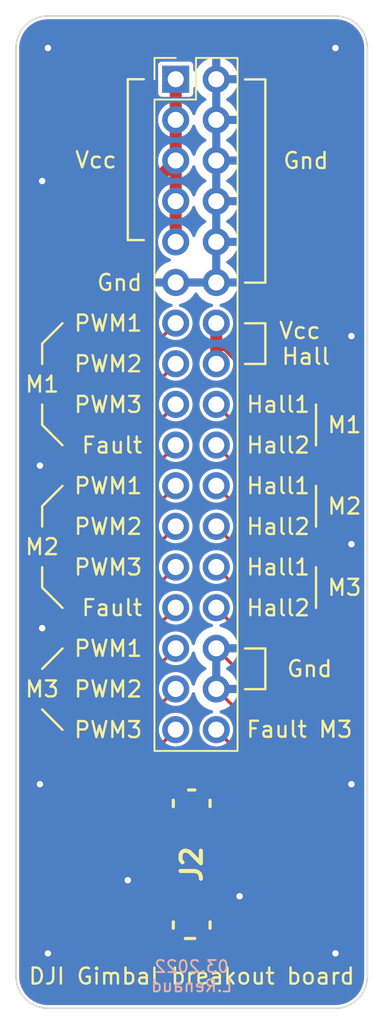
<source format=kicad_pcb>
(kicad_pcb (version 20211014) (generator pcbnew)
  (layers (0 "F.Cu" signal) (31 "B.Cu" signal) (34 "B.Paste" user) (35 "F.Paste" user) (36 "B.SilkS" user "B.Silkscreen") (37 "F.SilkS" user "F.Silkscreen") (38 "B.Mask" user) (39 "F.Mask" user) (44 "Edge.Cuts" user))
  (net 0 "")
  (net 1 "/M3_PWM3")
  (net 2 "/M3_Fault")
  (net 3 "/M3_PWM2")
  (net 4 "GND")
  (net 5 "/M3_PWM1")
  (net 6 "/M2_Fault")
  (net 7 "/M3_Hall2")
  (net 8 "/M2_PWM3")
  (net 9 "/M3_Hall1")
  (net 10 "/M2_PWM2")
  (net 11 "/M2_Hall2")
  (net 12 "/M2_PWM1")
  (net 13 "/M2_Hall1")
  (net 14 "/M1_Fault")
  (net 15 "/M1_Hall2")
  (net 16 "/M1_PWM3")
  (net 17 "/M1_Hall1")
  (net 18 "/M1_PWM2")
  (net 19 "/Vcc_Hall")
  (net 20 "/M1_PWM1")
  (net 21 "VCC")
  (footprint "DGI_Gimbal:BM20B0834DS04V53" (layer "F.Cu") (at 177 110 -90)
    (fp_text reference "J2" (at 0 0 90) (layer "F.SilkS") (effects (font (size 1.27 1.27) (thickness 0.254))))
    (fp_text value "BM20B_0.8_-34DS-0.4V_53_" hide)
    (fp_line (start 3.6 1.15) (end 4 1.15) (layer "F.SilkS") (width 0.2))
    (fp_line (start 3.6 -1.15) (end 4 -1.15) (layer "F.SilkS") (width 0.2))
    (fp_line (start -4 1.15) (end -3.6 1.15) (layer "F.SilkS") (width 0.2))
    (fp_line (start -4 -1.15) (end -3.6 -1.15) (layer "F.SilkS") (width 0.2))
    (fp_line (start 4.64 0.4) (end 4.64 -0.2) (layer "F.SilkS") (width 0.2))
    (fp_line (start -4.64 0.2) (end -4.64 -0.2) (layer "F.SilkS") (width 0.2))
    (pad "1" smd rect (at -3.2 1.09 270) (size 0.23 0.42) (layers "F.Cu" "F.Paste" "F.Mask") (net 1 "/M3_PWM3"))
    (pad "2" smd rect (at -3.2 -1.09 270) (size 0.23 0.42) (layers "F.Cu" "F.Paste" "F.Mask") (net 2 "/M3_Fault"))
    (pad "3" smd rect (at -2.8 1.09 270) (size 0.23 0.42) (layers "F.Cu" "F.Paste" "F.Mask") (net 3 "/M3_PWM2"))
    (pad "4" smd rect (at -2.8 -1.09 270) (size 0.23 0.42) (layers "F.Cu" "F.Paste" "F.Mask") (net 4 "GND"))
    (pad "5" smd rect (at -2.4 1.09 270) (size 0.23 0.42) (layers "F.Cu" "F.Paste" "F.Mask") (net 5 "/M3_PWM1"))
    (pad "6" smd rect (at -2.4 -1.09 270) (size 0.23 0.42) (layers "F.Cu" "F.Paste" "F.Mask") (net 4 "GND"))
    (pad "7" smd rect (at -2 1.09 270) (size 0.23 0.42) (layers "F.Cu" "F.Paste" "F.Mask") (net 6 "/M2_Fault"))
    (pad "8" smd rect (at -2 -1.09 270) (size 0.23 0.42) (layers "F.Cu" "F.Paste" "F.Mask") (net 7 "/M3_Hall2"))
    (pad "9" smd rect (at -1.6 1.09 270) (size 0.23 0.42) (layers "F.Cu" "F.Paste" "F.Mask") (net 8 "/M2_PWM3"))
    (pad "10" smd rect (at -1.6 -1.09 270) (size 0.23 0.42) (layers "F.Cu" "F.Paste" "F.Mask") (net 9 "/M3_Hall1"))
    (pad "11" smd rect (at -1.2 1.09 270) (size 0.23 0.42) (layers "F.Cu" "F.Paste" "F.Mask") (net 10 "/M2_PWM2"))
    (pad "12" smd rect (at -1.2 -1.09 270) (size 0.23 0.42) (layers "F.Cu" "F.Paste" "F.Mask") (net 11 "/M2_Hall2"))
    (pad "13" smd rect (at -0.8 1.09 270) (size 0.23 0.42) (layers "F.Cu" "F.Paste" "F.Mask") (net 12 "/M2_PWM1"))
    (pad "14" smd rect (at -0.8 -1.09 270) (size 0.23 0.42) (layers "F.Cu" "F.Paste" "F.Mask") (net 13 "/M2_Hall1"))
    (pad "15" smd rect (at -0.4 1.09 270) (size 0.23 0.42) (layers "F.Cu" "F.Paste" "F.Mask") (net 14 "/M1_Fault"))
    (pad "16" smd rect (at -0.4 -1.09 270) (size 0.23 0.42) (layers "F.Cu" "F.Paste" "F.Mask") (net 15 "/M1_Hall2"))
    (pad "17" smd rect (at 0 1.09 270) (size 0.23 0.42) (layers "F.Cu" "F.Paste" "F.Mask") (net 16 "/M1_PWM3"))
    (pad "18" smd rect (at 0 -1.09 270) (size 0.23 0.42) (layers "F.Cu" "F.Paste" "F.Mask") (net 17 "/M1_Hall1"))
    (pad "19" smd rect (at 0.4 1.09 270) (size 0.23 0.42) (layers "F.Cu" "F.Paste" "F.Mask") (net 18 "/M1_PWM2"))
    (pad "20" smd rect (at 0.4 -1.09 270) (size 0.23 0.42) (layers "F.Cu" "F.Paste" "F.Mask") (net 19 "/Vcc_Hall"))
    (pad "21" smd rect (at 0.8 1.09 270) (size 0.23 0.42) (layers "F.Cu" "F.Paste" "F.Mask") (net 20 "/M1_PWM1"))
    (pad "22" smd rect (at 0.8 -1.09 270) (size 0.23 0.42) (layers "F.Cu" "F.Paste" "F.Mask") (net 19 "/Vcc_Hall"))
    (pad "23" smd rect (at 1.2 1.09 270) (size 0.23 0.42) (layers "F.Cu" "F.Paste" "F.Mask") (net 4 "GND"))
    (pad "24" smd rect (at 1.2 -1.09 270) (size 0.23 0.42) (layers "F.Cu" "F.Paste" "F.Mask") (net 4 "GND"))
    (pad "25" smd rect (at 1.6 1.09 270) (size 0.23 0.42) (layers "F.Cu" "F.Paste" "F.Mask") (net 21 "VCC"))
    (pad "26" smd rect (at 1.6 -1.09 270) (size 0.23 0.42) (layers "F.Cu" "F.Paste" "F.Mask") (net 4 "GND"))
    (pad "27" smd rect (at 2 1.09 270) (size 0.23 0.42) (layers "F.Cu" "F.Paste" "F.Mask") (net 21 "VCC"))
    (pad "28" smd rect (at 2 -1.09 270) (size 0.23 0.42) (layers "F.Cu" "F.Paste" "F.Mask") (net 4 "GND"))
    (pad "29" smd rect (at 2.4 1.09 270) (size 0.23 0.42) (layers "F.Cu" "F.Paste" "F.Mask") (net 21 "VCC"))
    (pad "30" smd rect (at 2.4 -1.09 270) (size 0.23 0.42) (layers "F.Cu" "F.Paste" "F.Mask") (net 4 "GND"))
    (pad "31" smd rect (at 2.8 1.09 270) (size 0.23 0.42) (layers "F.Cu" "F.Paste" "F.Mask") (net 21 "VCC"))
    (pad "32" smd rect (at 2.8 -1.09 270) (size 0.23 0.42) (layers "F.Cu" "F.Paste" "F.Mask") (net 4 "GND"))
    (pad "33" smd rect (at 3.2 1.09 270) (size 0.23 0.42) (layers "F.Cu" "F.Paste" "F.Mask") (net 21 "VCC"))
    (pad "34" smd rect (at 3.2 -1.09 270) (size 0.23 0.42) (layers "F.Cu" "F.Paste" "F.Mask") (net 4 "GND"))
    (pad "MP1" smd rect (at -4.41 -0.925 270) (size 0.3 0.75) (layers "F.Cu" "F.Paste" "F.Mask"))
    (pad "MP2" smd rect (at -4.41 0.925 270) (size 0.3 0.75) (layers "F.Cu" "F.Paste" "F.Mask"))
    (pad "MP3" smd rect (at 4.41 0.925 270) (size 0.3 0.75) (layers "F.Cu" "F.Paste" "F.Mask"))
    (pad "MP4" smd rect (at 4.41 -0.925 270) (size 0.3 0.75) (layers "F.Cu" "F.Paste" "F.Mask"))
  )
  (footprint "Connector_PinHeader_2.54mm:PinHeader_2x17_P2.54mm_Vertical" (layer "F.Cu") (at 176 60.95)
    (fp_text reference "J1" hide)
    (fp_text value "Conn_02x17_Odd_Even")
    (fp_line (start 3.87 -1.33) (end 3.87 41.97) (layer "F.SilkS") (width 0.12))
    (fp_line (start -1.33 -1.33) (end 0 -1.33) (layer "F.SilkS") (width 0.12))
    (fp_line (start -1.33 0) (end -1.33 -1.33) (layer "F.SilkS") (width 0.12))
    (fp_line (start 1.27 1.27) (end 1.27 -1.33) (layer "F.SilkS") (width 0.12))
    (fp_line (start -1.33 41.97) (end 3.87 41.97) (layer "F.SilkS") (width 0.12))
    (fp_line (start -1.33 1.27) (end 1.27 1.27) (layer "F.SilkS") (width 0.12))
    (fp_line (start -1.33 1.27) (end -1.33 41.97) (layer "F.SilkS") (width 0.12))
    (fp_line (start 1.27 -1.33) (end 3.87 -1.33) (layer "F.SilkS") (width 0.12))
    (pad "1" thru_hole rect (at 0 0) (size 1.7 1.7) (drill 1) (layers *.Cu *.Mask) (net 21 "VCC"))
    (pad "2" thru_hole oval (at 2.54 0) (size 1.7 1.7) (drill 1) (layers *.Cu *.Mask) (net 4 "GND"))
    (pad "3" thru_hole oval (at 0 2.54) (size 1.7 1.7) (drill 1) (layers *.Cu *.Mask) (net 21 "VCC"))
    (pad "4" thru_hole oval (at 2.54 2.54) (size 1.7 1.7) (drill 1) (layers *.Cu *.Mask) (net 4 "GND"))
    (pad "5" thru_hole oval (at 0 5.08) (size 1.7 1.7) (drill 1) (layers *.Cu *.Mask) (net 21 "VCC"))
    (pad "6" thru_hole oval (at 2.54 5.08) (size 1.7 1.7) (drill 1) (layers *.Cu *.Mask) (net 4 "GND"))
    (pad "7" thru_hole oval (at 0 7.62) (size 1.7 1.7) (drill 1) (layers *.Cu *.Mask) (net 21 "VCC"))
    (pad "8" thru_hole oval (at 2.54 7.62) (size 1.7 1.7) (drill 1) (layers *.Cu *.Mask) (net 4 "GND"))
    (pad "9" thru_hole oval (at 0 10.16) (size 1.7 1.7) (drill 1) (layers *.Cu *.Mask) (net 21 "VCC"))
    (pad "10" thru_hole oval (at 2.54 10.16) (size 1.7 1.7) (drill 1) (layers *.Cu *.Mask) (net 4 "GND"))
    (pad "11" thru_hole oval (at 0 12.7) (size 1.7 1.7) (drill 1) (layers *.Cu *.Mask) (net 4 "GND"))
    (pad "12" thru_hole oval (at 2.54 12.7) (size 1.7 1.7) (drill 1) (layers *.Cu *.Mask) (net 4 "GND"))
    (pad "13" thru_hole oval (at 0 15.24) (size 1.7 1.7) (drill 1) (layers *.Cu *.Mask) (net 20 "/M1_PWM1"))
    (pad "14" thru_hole oval (at 2.54 15.24) (size 1.7 1.7) (drill 1) (layers *.Cu *.Mask) (net 19 "/Vcc_Hall"))
    (pad "15" thru_hole oval (at 0 17.78) (size 1.7 1.7) (drill 1) (layers *.Cu *.Mask) (net 18 "/M1_PWM2"))
    (pad "16" thru_hole oval (at 2.54 17.78) (size 1.7 1.7) (drill 1) (layers *.Cu *.Mask) (net 19 "/Vcc_Hall"))
    (pad "17" thru_hole oval (at 0 20.32) (size 1.7 1.7) (drill 1) (layers *.Cu *.Mask) (net 16 "/M1_PWM3"))
    (pad "18" thru_hole oval (at 2.54 20.32) (size 1.7 1.7) (drill 1) (layers *.Cu *.Mask) (net 17 "/M1_Hall1"))
    (pad "19" thru_hole oval (at 0 22.86) (size 1.7 1.7) (drill 1) (layers *.Cu *.Mask) (net 14 "/M1_Fault"))
    (pad "20" thru_hole oval (at 2.54 22.86) (size 1.7 1.7) (drill 1) (layers *.Cu *.Mask) (net 15 "/M1_Hall2"))
    (pad "21" thru_hole oval (at 0 25.4) (size 1.7 1.7) (drill 1) (layers *.Cu *.Mask) (net 12 "/M2_PWM1"))
    (pad "22" thru_hole oval (at 2.54 25.4) (size 1.7 1.7) (drill 1) (layers *.Cu *.Mask) (net 13 "/M2_Hall1"))
    (pad "23" thru_hole oval (at 0 27.94) (size 1.7 1.7) (drill 1) (layers *.Cu *.Mask) (net 10 "/M2_PWM2"))
    (pad "24" thru_hole oval (at 2.54 27.94) (size 1.7 1.7) (drill 1) (layers *.Cu *.Mask) (net 11 "/M2_Hall2"))
    (pad "25" thru_hole oval (at 0 30.48) (size 1.7 1.7) (drill 1) (layers *.Cu *.Mask) (net 8 "/M2_PWM3"))
    (pad "26" thru_hole oval (at 2.54 30.48) (size 1.7 1.7) (drill 1) (layers *.Cu *.Mask) (net 9 "/M3_Hall1"))
    (pad "27" thru_hole oval (at 0 33.02) (size 1.7 1.7) (drill 1) (layers *.Cu *.Mask) (net 6 "/M2_Fault"))
    (pad "28" thru_hole oval (at 2.54 33.02) (size 1.7 1.7) (drill 1) (layers *.Cu *.Mask) (net 7 "/M3_Hall2"))
    (pad "29" thru_hole oval (at 0 35.56) (size 1.7 1.7) (drill 1) (layers *.Cu *.Mask) (net 5 "/M3_PWM1"))
    (pad "30" thru_hole oval (at 2.54 35.56) (size 1.7 1.7) (drill 1) (layers *.Cu *.Mask) (net 4 "GND"))
    (pad "31" thru_hole oval (at 0 38.1) (size 1.7 1.7) (drill 1) (layers *.Cu *.Mask) (net 3 "/M3_PWM2"))
    (pad "32" thru_hole oval (at 2.54 38.1) (size 1.7 1.7) (drill 1) (layers *.Cu *.Mask) (net 4 "GND"))
    (pad "33" thru_hole oval (at 0 40.64) (size 1.7 1.7) (drill 1) (layers *.Cu *.Mask) (net 1 "/M3_PWM3"))
    (pad "34" thru_hole oval (at 2.54 40.64) (size 1.7 1.7) (drill 1) (layers *.Cu *.Mask) (net 2 "/M3_Fault"))
  )
  (gr_line (start 181.61 76.2) (end 181.61 78.74) (layer "F.SilkS") (width 0.15))
  (gr_line (start 167.64 78.74) (end 167.64 77.47) (layer "F.SilkS") (width 0.15))
  (gr_line (start 174 60.95) (end 173 60.95) (layer "F.SilkS") (width 0.15))
  (gr_line (start 168.91 76.2) (end 167.64 77.47) (layer "F.SilkS") (width 0.15))
  (gr_line (start 181.61 96.52) (end 181.61 99.06) (layer "F.SilkS") (width 0.15))
  (gr_line (start 180.34 96.52) (end 181.61 96.52) (layer "F.SilkS") (width 0.15))
  (gr_line (start 167.64 97.79) (end 168.91 96.52) (layer "F.SilkS") (width 0.15))
  (gr_line (start 184.785 86.36) (end 184.785 88.9) (layer "F.SilkS") (width 0.15))
  (gr_line (start 184.785 81.28) (end 184.785 83.82) (layer "F.SilkS") (width 0.15))
  (gr_line (start 167.64 82.55) (end 167.64 81.28) (layer "F.SilkS") (width 0.15))
  (gr_line (start 167.64 92.71) (end 168.91 93.98) (layer "F.SilkS") (width 0.15))
  (gr_line (start 168.91 101.6) (end 167.64 100.33) (layer "F.SilkS") (width 0.15))
  (gr_line (start 167.64 92.71) (end 167.64 91.44) (layer "F.SilkS") (width 0.15))
  (gr_line (start 180.34 73.66) (end 181.61 73.66) (layer "F.SilkS") (width 0.15))
  (gr_line (start 173 60.95) (end 173 71) (layer "F.SilkS") (width 0.15))
  (gr_line (start 167.64 88.9) (end 167.64 87.63) (layer "F.SilkS") (width 0.15))
  (gr_line (start 173 71) (end 174 71) (layer "F.SilkS") (width 0.15))
  (gr_line (start 180.34 78.74) (end 181.61 78.74) (layer "F.SilkS") (width 0.15))
  (gr_line (start 180.34 99.06) (end 181.61 99.06) (layer "F.SilkS") (width 0.15))
  (gr_line (start 180.34 60.96) (end 181.61 60.96) (layer "F.SilkS") (width 0.15))
  (gr_line (start 184.785 91.44) (end 184.785 93.98) (layer "F.SilkS") (width 0.15))
  (gr_line (start 180.34 76.2) (end 181.61 76.2) (layer "F.SilkS") (width 0.15))
  (gr_line (start 168.91 83.82) (end 167.64 82.55) (layer "F.SilkS") (width 0.15))
  (gr_line (start 181.61 60.96) (end 181.61 73.66) (layer "F.SilkS") (width 0.15))
  (gr_line (start 167.64 87.63) (end 168.91 86.36) (layer "F.SilkS") (width 0.15))
  (gr_line (start 168 57) (end 186 57) (layer "Edge.Cuts") (width 0.1))
  (gr_line (start 166 59) (end 166 117) (layer "Edge.Cuts") (width 0.1))
  (gr_arc (start 188 117) (mid 187.414214 118.414214) (end 186 119) (layer "Edge.Cuts") (width 0.1))
  (gr_arc (start 166 59) (mid 166.585786 57.585786) (end 168 57) (layer "Edge.Cuts") (width 0.1))
  (gr_arc (start 168 119) (mid 166.585786 118.414214) (end 166 117) (layer "Edge.Cuts") (width 0.1))
  (gr_line (start 168 119) (end 186 119) (layer "Edge.Cuts") (width 0.1))
  (gr_line (start 188 117) (end 188 59) (layer "Edge.Cuts") (width 0.1))
  (gr_arc (start 186 57) (mid 187.414214 57.585786) (end 188 59) (layer "Edge.Cuts") (width 0.1))
  (gr_text "03.2022\nL.Renaud" (at 177 117) (layer "B.SilkS") (effects (font (size 0.75 0.75) (thickness 0.12)) (justify mirror)))
  (gr_text "Fault" (at 173.99 93.98) (layer "F.SilkS") (effects (font (size 1 1)) (justify right)))
  (gr_text "M3" (at 167.64 99.06) (layer "F.SilkS") (effects (font (size 1 1))))
  (gr_text "Gnd" (at 173.99 73.66) (layer "F.SilkS") (effects (font (size 1 1)) (justify right)))
  (gr_text "Hall1" (at 180.34 81.273021) (layer "F.SilkS") (effects (font (size 1 1)) (justify left)))
  (gr_text "Fault M3" (at 180.34 101.579065) (layer "F.SilkS") (effects (font (size 1 1)) (justify left)))
  (gr_text "M1" (at 167.64 80.01) (layer "F.SilkS") (effects (font (size 1 1))))
  (gr_text "PWM2" (at 173.99 99.06) (layer "F.SilkS") (effects (font (size 1 1)) (justify right)))
  (gr_text "Hall2" (at 180.34 93.986979) (layer "F.SilkS") (effects (font (size 1 1)) (justify left)))
  (gr_text "PWM1" (at 173.99 76.2) (layer "F.SilkS") (effects (font (size 1 1)) (justify right)))
  (gr_text "Hall1" (at 180.34 86.36) (layer "F.SilkS") (effects (font (size 1 1)) (justify left)))
  (gr_text "PWM2" (at 173.99 78.74) (layer "F.SilkS") (effects (font (size 1 1)) (justify right)))
  (gr_text "M2" (at 185.42 87.63) (layer "F.SilkS") (effects (font (size 1 1)) (justify left)))
  (gr_text "PWM3" (at 173.99 91.44) (layer "F.SilkS") (effects (font (size 1 1)) (justify right)))
  (gr_text "Vcc" (at 171 66) (layer "F.SilkS") (effects (font (size 1 1))))
  (gr_text "Hall2" (at 180.34 83.82) (layer "F.SilkS") (effects (font (size 1 1)) (justify left)))
  (gr_text "Hall1" (at 180.34 91.44) (layer "F.SilkS") (effects (font (size 1 1)) (justify left)))
  (gr_text "PWM3" (at 173.99 101.6) (layer "F.SilkS") (effects (font (size 1 1)) (justify right)))
  (gr_text "Gnd" (at 184.15 66.04) (layer "F.SilkS") (effects (font (size 1 1))))
  (gr_text "Gnd" (at 182.88 97.79) (layer "F.SilkS") (effects (font (size 1 1)) (justify left)))
  (gr_text "Fault" (at 173.99 83.82) (layer "F.SilkS") (effects (font (size 1 1)) (justify right)))
  (gr_text "PWM1" (at 173.99 86.36) (layer "F.SilkS") (effects (font (size 1 1)) (justify right)))
  (gr_text "PWM2" (at 173.99 88.9) (layer "F.SilkS") (effects (font (size 1 1)) (justify right)))
  (gr_text "PWM3" (at 173.99 81.28) (layer "F.SilkS") (effects (font (size 1 1)) (justify right)))
  (gr_text "PWM1" (at 173.99 96.52) (layer "F.SilkS") (effects (font (size 1 1)) (justify right)))
  (gr_text "M2" (at 167.64 90.17) (layer "F.SilkS") (effects (font (size 1 1))))
  (gr_text "Hall2" (at 180.34 88.906979) (layer "F.SilkS") (effects (font (size 1 1)) (justify left)))
  (gr_text "M3" (at 185.42 92.71) (layer "F.SilkS") (effects (font (size 1 1)) (justify left)))
  (gr_text "M1" (at 185.42 82.55) (layer "F.SilkS") (effects (font (size 1 1)) (justify left)))
  (gr_text "DJI Gimbal breakout board" (at 177 117) (layer "F.SilkS") (effects (font (size 1 1))))
  (gr_text "Vcc \nHall" (at 184.15 77.47) (layer "F.SilkS") (effects (font (size 1 1))))
  (segment (start 175.91 106.8) (end 175.8 106.8) (width 0.2) (layer "F.Cu") (net 1))
  (segment (start 175 102.6) (end 176 101.6) (width 0.2) (layer "F.Cu") (net 1))
  (segment (start 175.8 106.8) (end 175 106) (width 0.2) (layer "F.Cu") (net 1))
  (segment (start 175 106) (end 175 102.6) (width 0.2) (layer "F.Cu") (net 1))
  (segment (start 178.09 106.8) (end 179.39 105.5) (width 0.2) (layer "F.Cu") (net 2))
  (segment (start 179.39 102.45) (end 178.54 101.6) (width 0.2) (layer "F.Cu") (net 2))
  (segment (start 179.39 105.5) (end 179.39 102.45) (width 0.2) (layer "F.Cu") (net 2))
  (segment (start 175.485978 107.2) (end 174.650481 106.364503) (width 0.2) (layer "F.Cu") (net 3))
  (segment (start 174.650481 100.409519) (end 176 99.06) (width 0.2) (layer "F.Cu") (net 3))
  (segment (start 174.650481 106.364503) (end 174.650481 100.409519) (width 0.2) (layer "F.Cu") (net 3))
  (segment (start 175.91 107.2) (end 175.485978 107.2) (width 0.2) (layer "F.Cu") (net 3))
  (segment (start 175.91 111.2) (end 178.09 111.2) (width 0.2) (layer "F.Cu") (net 4))
  (segment (start 178.514022 107.2) (end 179.739519 105.974503) (width 0.2) (layer "F.Cu") (net 4))
  (segment (start 180.089039 106.119278) (end 180.089039 98.069039) (width 0.2) (layer "F.Cu") (net 4))
  (segment (start 179.739519 100.259519) (end 178.54 99.06) (width 0.2) (layer "F.Cu") (net 4))
  (segment (start 178.608318 107.6) (end 180.089039 106.119278) (width 0.2) (layer "F.Cu") (net 4))
  (segment (start 178.09 107.2) (end 178.514022 107.2) (width 0.2) (layer "F.Cu") (net 4))
  (segment (start 178.09 107.6) (end 178.608318 107.6) (width 0.2) (layer "F.Cu") (net 4))
  (segment (start 180.089039 98.069039) (end 178.54 96.52) (width 0.2) (layer "F.Cu") (net 4))
  (segment (start 179.739519 105.974503) (end 179.739519 100.259519) (width 0.2) (layer "F.Cu") (net 4))
  (via (at 187 77) (size 0.8) (drill 0.4) (layers "F.Cu" "B.Cu") (net 4))
  (via (at 167.64 67.31) (size 0.8) (drill 0.4) (layers "F.Cu" "B.Cu") (net 4))
  (via (at 186 59) (size 0.8) (drill 0.4) (layers "F.Cu" "B.Cu") (net 4))
  (via (at 186 115.57) (size 0.8) (drill 0.4) (layers "F.Cu" "B.Cu") (net 4))
  (via (at 168 59) (size 0.8) (drill 0.4) (layers "F.Cu" "B.Cu") (net 4))
  (via (at 167.5 105) (size 0.8) (drill 0.4) (layers "F.Cu" "B.Cu") (net 4))
  (via (at 173 111) (size 0.8) (drill 0.4) (layers "F.Cu" "B.Cu") (net 4))
  (via (at 187 105) (size 0.8) (drill 0.4) (layers "F.Cu" "B.Cu") (net 4))
  (via (at 187 90) (size 0.8) (drill 0.4) (layers "F.Cu" "B.Cu") (net 4))
  (via (at 167.5 85.09) (size 0.8) (drill 0.4) (layers "F.Cu" "B.Cu") (net 4))
  (via (at 168 115.57) (size 0.8) (drill 0.4) (layers "F.Cu" "B.Cu") (net 4))
  (via (at 167.64 95.25) (size 0.8) (drill 0.4) (layers "F.Cu" "B.Cu") (net 4))
  (via (at 180 112) (size 0.8) (drill 0.4) (layers "F.Cu" "B.Cu") (net 4))
  (segment (start 175.391682 107.6) (end 174.300961 106.509278) (width 0.2) (layer "F.Cu") (net 5))
  (segment (start 174.300961 106.509278) (end 174.300961 98.219039) (width 0.2) (layer "F.Cu") (net 5))
  (segment (start 174.300961 98.219039) (end 176 96.52) (width 0.2) (layer "F.Cu") (net 5))
  (segment (start 175.91 107.6) (end 175.391682 107.6) (width 0.2) (layer "F.Cu") (net 5))
  (segment (start 173.951441 96.028559) (end 173.951442 106.654055) (width 0.2) (layer "F.Cu") (net 6))
  (segment (start 173.951442 106.654055) (end 175.297387 108) (width 0.2) (layer "F.Cu") (net 6))
  (segment (start 176 93.98) (end 173.951441 96.028559) (width 0.2) (layer "F.Cu") (net 6))
  (segment (start 175.297387 108) (end 175.91 108) (width 0.2) (layer "F.Cu") (net 6))
  (segment (start 179 108) (end 178.09 108) (width 0.2) (layer "F.Cu") (net 7))
  (segment (start 180.438558 106.561442) (end 179 108) (width 0.2) (layer "F.Cu") (net 7))
  (segment (start 180.438558 95.878558) (end 180.438558 106.561442) (width 0.2) (layer "F.Cu") (net 7))
  (segment (start 178.54 93.98) (end 180.438558 95.878558) (width 0.2) (layer "F.Cu") (net 7))
  (segment (start 173.601922 106.798831) (end 173.601922 93.838078) (width 0.2) (layer "F.Cu") (net 8))
  (segment (start 173.601922 93.838078) (end 176 91.44) (width 0.2) (layer "F.Cu") (net 8))
  (segment (start 175.203091 108.4) (end 173.601922 106.798831) (width 0.2) (layer "F.Cu") (net 8))
  (segment (start 175.91 108.4) (end 175.203091 108.4) (width 0.2) (layer "F.Cu") (net 8))
  (segment (start 180.788078 93.688078) (end 178.54 91.44) (width 0.2) (layer "F.Cu") (net 9))
  (segment (start 180.788078 106.706217) (end 180.788078 93.688078) (width 0.2) (layer "F.Cu") (net 9))
  (segment (start 179.094295 108.4) (end 180.788078 106.706217) (width 0.2) (layer "F.Cu") (net 9))
  (segment (start 178.09 108.4) (end 179.094295 108.4) (width 0.2) (layer "F.Cu") (net 9))
  (segment (start 174.8 108.8) (end 175.91 108.8) (width 0.2) (layer "F.Cu") (net 10))
  (segment (start 173.252403 107.252403) (end 174.8 108.8) (width 0.2) (layer "F.Cu") (net 10))
  (segment (start 176 88.9) (end 173.252403 91.647597) (width 0.2) (layer "F.Cu") (net 10))
  (segment (start 173.252403 91.647597) (end 173.252403 107.252403) (width 0.2) (layer "F.Cu") (net 10))
  (segment (start 181.137598 91.497598) (end 178.54 88.9) (width 0.2) (layer "F.Cu") (net 11))
  (segment (start 178.09 108.8) (end 179.18859 108.8) (width 0.2) (layer "F.Cu") (net 11))
  (segment (start 181.137598 106.850992) (end 181.137598 91.497598) (width 0.2) (layer "F.Cu") (net 11))
  (segment (start 179.18859 108.8) (end 181.137598 106.850992) (width 0.2) (layer "F.Cu") (net 11))
  (segment (start 175.91 109.2) (end 174.705705 109.2) (width 0.2) (layer "F.Cu") (net 12))
  (segment (start 174.705705 109.2) (end 172.902883 107.397178) (width 0.2) (layer "F.Cu") (net 12))
  (segment (start 172.902883 89.457117) (end 176 86.36) (width 0.2) (layer "F.Cu") (net 12))
  (segment (start 172.902883 107.397178) (end 172.902883 89.457117) (width 0.2) (layer "F.Cu") (net 12))
  (segment (start 181.487118 89.307118) (end 181.487117 106.995769) (width 0.2) (layer "F.Cu") (net 13))
  (segment (start 178.54 86.36) (end 181.487118 89.307118) (width 0.2) (layer "F.Cu") (net 13))
  (segment (start 181.487117 106.995769) (end 179.282886 109.2) (width 0.2) (layer "F.Cu") (net 13))
  (segment (start 179.282886 109.2) (end 178.09 109.2) (width 0.2) (layer "F.Cu") (net 13))
  (segment (start 172.553363 87.266637) (end 176 83.82) (width 0.2) (layer "F.Cu") (net 14))
  (segment (start 174.61141 109.6) (end 172.553363 107.541953) (width 0.2) (layer "F.Cu") (net 14))
  (segment (start 175.91 109.6) (end 174.61141 109.6) (width 0.2) (layer "F.Cu") (net 14))
  (segment (start 172.553363 107.541953) (end 172.553363 87.266637) (width 0.2) (layer "F.Cu") (net 14))
  (segment (start 181.836638 107.140543) (end 181.836638 87.116638) (width 0.2) (layer "F.Cu") (net 15))
  (segment (start 179.377181 109.6) (end 181.836638 107.140543) (width 0.2) (layer "F.Cu") (net 15))
  (segment (start 181.836638 87.116638) (end 178.54 83.82) (width 0.2) (layer "F.Cu") (net 15))
  (segment (start 178.09 109.6) (end 179.377181 109.6) (width 0.2) (layer "F.Cu") (net 15))
  (segment (start 174.517115 110) (end 172.203843 107.686728) (width 0.2) (layer "F.Cu") (net 16))
  (segment (start 175.91 110) (end 174.517115 110) (width 0.2) (layer "F.Cu") (net 16))
  (segment (start 172.203843 107.686728) (end 172.203843 85.076157) (width 0.2) (layer "F.Cu") (net 16))
  (segment (start 172.203843 85.076157) (end 176 81.28) (width 0.2) (layer "F.Cu") (net 16))
  (segment (start 182.186158 84.926158) (end 182.186157 87.261415) (width 0.2) (layer "F.Cu") (net 17))
  (segment (start 178.54 81.28) (end 182.186158 84.926158) (width 0.2) (layer "F.Cu") (net 17))
  (segment (start 182.186157 87.261415) (end 182.186157 107.28532) (width 0.2) (layer "F.Cu") (net 17))
  (segment (start 182.186157 107.28532) (end 179.471477 110) (width 0.2) (layer "F.Cu") (net 17))
  (segment (start 179.471477 110) (end 178.09 110) (width 0.2) (layer "F.Cu") (net 17))
  (segment (start 171.854324 107.831505) (end 174.422819 110.4) (width 0.2) (layer "F.Cu") (net 18))
  (segment (start 171.854323 82.885677) (end 171.854324 107.831505) (width 0.2) (layer "F.Cu") (net 18))
  (segment (start 176 78.74) (end 171.854323 82.885677) (width 0.2) (layer "F.Cu") (net 18))
  (segment (start 174.422819 110.4) (end 175.91 110.4) (width 0.2) (layer "F.Cu") (net 18))
  (segment (start 184.15 82.55) (end 180.33 78.73) (width 0.75) (layer "F.Cu") (net 19))
  (segment (start 184.15 107.95) (end 184.15 82.55) (width 0.75) (layer "F.Cu") (net 19))
  (segment (start 178.0794 110.49) (end 178.0794 110.744) (width 0.3) (layer "F.Cu") (net 19))
  (segment (start 179.1682 77.5682) (end 180.33 78.73) (width 0.75) (layer "F.Cu") (net 19))
  (segment (start 179.9082 110.617) (end 178.065811 110.617) (width 0.5) (layer "F.Cu") (net 19))
  (segment (start 178.54 77.5682) (end 178.54 78.73) (width 0.75) (layer "F.Cu") (net 19))
  (segment (start 178.54 76.19) (end 178.54 77.5682) (width 0.75) (layer "F.Cu") (net 19))
  (segment (start 181.483 110.617) (end 184.15 107.95) (width 0.75) (layer "F.Cu") (net 19))
  (segment (start 179.9082 110.617) (end 181.483 110.617) (width 0.75) (layer "F.Cu") (net 19))
  (segment (start 178.54 77.5682) (end 179.1682 77.5682) (width 0.75) (layer "F.Cu") (net 19))
  (segment (start 171.504804 107.97628) (end 171.504804 80.695196) (width 0.2) (layer "F.Cu") (net 20))
  (segment (start 174.328523 110.8) (end 171.504804 107.97628) (width 0.2) (layer "F.Cu") (net 20))
  (segment (start 175.91 110.8) (end 174.328523 110.8) (width 0.2) (layer "F.Cu") (net 20))
  (segment (start 171.504804 80.695196) (end 176 76.2) (width 0.2) (layer "F.Cu") (net 20))
  (segment (start 176 66.04) (end 170 72.04) (width 0.75) (layer "F.Cu") (net 21))
  (segment (start 172.4 112.4) (end 175.91 112.4) (width 0.75) (layer "F.Cu") (net 21))
  (segment (start 176 71.12) (end 176 60.96) (width 0.75) (layer "F.Cu") (net 21))
  (segment (start 175.91 111.6) (end 175.91 113.2) (width 0.2) (layer "F.Cu") (net 21))
  (segment (start 170 110) (end 172.4 112.4) (width 0.75) (layer "F.Cu") (net 21))
  (segment (start 170 72.04) (end 170 110) (width 0.75) (layer "F.Cu") (net 21))
  (zone (net 4) (net_name "GND") (layers F&B.Cu) (connect_pads thru_hole_only (clearance 0.2)) (min_thickness 0.2) (fill yes (thermal_gap 0.508) (thermal_bridge_width 0.508))
    (polygon (pts (xy 189 120) (xy 165 120) (xy 165 56) (xy 189 56)))
  )
)
</source>
